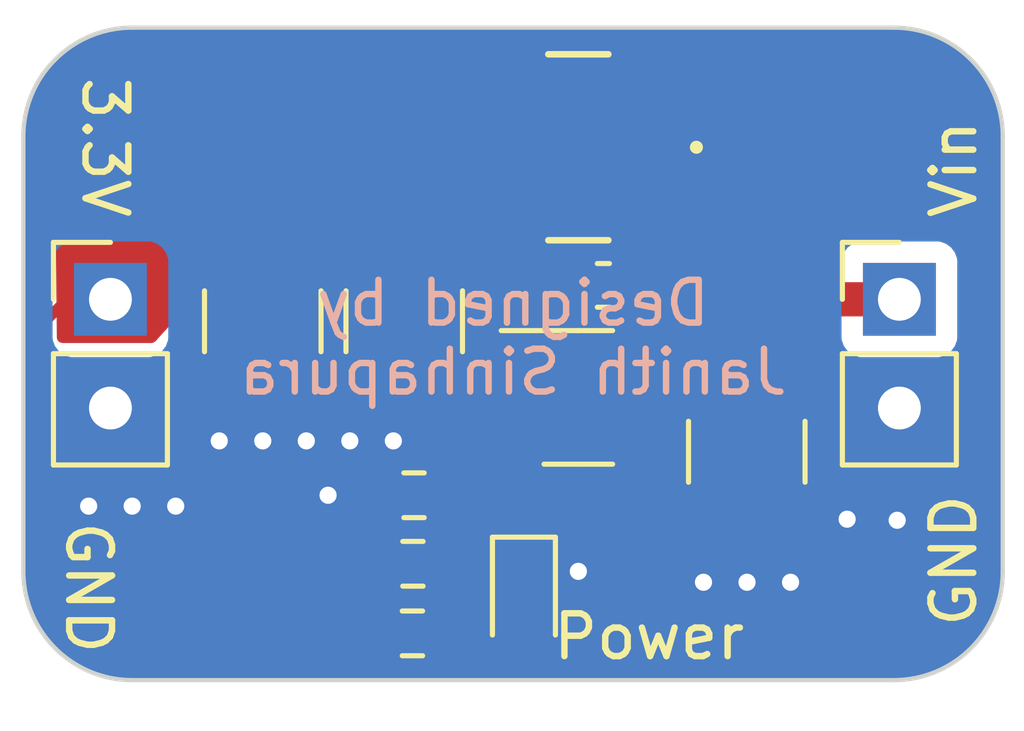
<source format=kicad_pcb>
(kicad_pcb (version 20221018) (generator pcbnew)
  (layers (0 "F.Cu" signal) (31 "B.Cu" signal) (34 "B.Paste" user) (35 "F.Paste" user) (36 "B.SilkS" user "B.Silkscreen") (37 "F.SilkS" user "F.Silkscreen") (38 "B.Mask" user) (39 "F.Mask" user) (44 "Edge.Cuts" user))
  (net 0 "")
  (net 1 "GND")
  (net 2 "+3.3V")
  (net 3 "Net-(D1-A)")
  (net 4 "/BUCK_VIN")
  (net 5 "/BUCK_BST")
  (net 6 "/BUCK_SW")
  (net 7 "/BUCK_FB")
  (footprint "LED_SMD:LED_0603_1608Metric" (layer "F.Cu") (at 138.684 125.1458 -90)
    (fp_text reference "D1" hide)
    (fp_text value "LED")
    (fp_line (start -1.485 -0.735) (end -1.485 0.735) (stroke (width 0.12)) (layer "F.SilkS"))
    (fp_line (start -1.485 0.735) (end 0.8 0.735) (stroke (width 0.12)) (layer "F.SilkS"))
    (fp_line (start 0.8 -0.735) (end -1.485 -0.735) (stroke (width 0.12)) (layer "F.SilkS"))
    (pad "1" smd roundrect (at -0.7875 0 270) (size 0.875 0.95) (layers "F.Cu" "F.Paste" "F.Mask") (net 1 "GND"))
    (pad "2" smd roundrect (at 0.7875 0 270) (size 0.875 0.95) (layers "F.Cu" "F.Paste" "F.Mask") (net 3 "Net-(D1-A)"))
  )
  (footprint "Capacitor_SMD:C_1210_3225Metric" (layer "F.Cu") (at 132.588 118.618 -90)
    (fp_text reference "C4" hide)
    (fp_text value "22uF")
    (fp_line (start -0.711252 -1.36) (end 0.711252 -1.36) (stroke (width 0.12)) (layer "F.SilkS"))
    (fp_line (start -0.711252 1.36) (end 0.711252 1.36) (stroke (width 0.12)) (layer "F.SilkS"))
    (pad "1" smd roundrect (at -1.475 0 270) (size 1.15 2.7) (layers "F.Cu" "F.Paste" "F.Mask") (roundrect_rratio 0.217391) (net 2 "+3.3V"))
    (pad "2" smd roundrect (at 1.475 0 270) (size 1.15 2.7) (layers "F.Cu" "F.Paste" "F.Mask") (roundrect_rratio 0.217391) (net 1 "GND"))
  )
  (footprint "Capacitor_SMD:C_0603_1608Metric" (layer "F.Cu") (at 140.5382 117.7798)
    (fp_text reference "C2" hide)
    (fp_text value "100nF")
    (fp_line (start -0.14058 -0.51) (end 0.14058 -0.51) (stroke (width 0.12)) (layer "F.SilkS"))
    (fp_line (start -0.14058 0.51) (end 0.14058 0.51) (stroke (width 0.12)) (layer "F.SilkS"))
    (pad "1" smd roundrect (at -0.775 0) (size 0.9 0.95) (layers "F.Cu" "F.Paste" "F.Mask") (net 5 "/BUCK_BST"))
    (pad "2" smd roundrect (at 0.775 0) (size 0.9 0.95) (layers "F.Cu" "F.Paste" "F.Mask") (net 6 "/BUCK_SW"))
  )
  (footprint "Connector_PinHeader_2.54mm:PinHeader_1x02_P2.54mm_Vertical" (layer "F.Cu") (at 147.447 118.105)
    (fp_text reference "J1" hide)
    (fp_text value "Input")
    (fp_line (start -1.33 -1.33) (end 0 -1.33) (stroke (width 0.12)) (layer "F.SilkS"))
    (fp_line (start -1.33 0) (end -1.33 -1.33) (stroke (width 0.12)) (layer "F.SilkS"))
    (fp_line (start -1.33 1.27) (end -1.33 3.87) (stroke (width 0.12)) (layer "F.SilkS"))
    (fp_line (start -1.33 1.27) (end 1.33 1.27) (stroke (width 0.12)) (layer "F.SilkS"))
    (fp_line (start -1.33 3.87) (end 1.33 3.87) (stroke (width 0.12)) (layer "F.SilkS"))
    (fp_line (start 1.33 1.27) (end 1.33 3.87) (stroke (width 0.12)) (layer "F.SilkS"))
    (pad "1" thru_hole rect (at 0 0) (size 1.7 1.7) (drill 1) (layers "*.Cu" "*.Mask") (net 4 "/BUCK_VIN"))
    (pad "2" thru_hole oval (at 0 2.54) (size 1.7 1.7) (drill 1) (layers "*.Cu" "*.Mask") (net 1 "GND"))
  )
  (footprint "Capacitor_SMD:C_1210_3225Metric" (layer "F.Cu") (at 135.89 118.618 -90)
    (fp_text reference "C3" hide)
    (fp_text value "22uF")
    (fp_line (start -0.711252 -1.36) (end 0.711252 -1.36) (stroke (width 0.12)) (layer "F.SilkS"))
    (fp_line (start -0.711252 1.36) (end 0.711252 1.36) (stroke (width 0.12)) (layer "F.SilkS"))
    (pad "1" smd roundrect (at -1.475 0 270) (size 1.15 2.7) (layers "F.Cu" "F.Paste" "F.Mask") (roundrect_rratio 0.217391) (net 2 "+3.3V"))
    (pad "2" smd roundrect (at 1.475 0 270) (size 1.15 2.7) (layers "F.Cu" "F.Paste" "F.Mask") (roundrect_rratio 0.217391) (net 1 "GND"))
  )
  (footprint "Resistor_SMD:R_0603_1608Metric" (layer "F.Cu") (at 136.081 125.9078)
    (fp_text reference "R3" hide)
    (fp_text value "220")
    (fp_line (start -0.237258 -0.5225) (end 0.237258 -0.5225) (stroke (width 0.12)) (layer "F.SilkS"))
    (fp_line (start -0.237258 0.5225) (end 0.237258 0.5225) (stroke (width 0.12)) (layer "F.SilkS"))
    (pad "1" smd roundrect (at -0.825 0) (size 0.8 0.95) (layers "F.Cu" "F.Paste" "F.Mask") (net 2 "+3.3V"))
    (pad "2" smd roundrect (at 0.825 0) (size 0.8 0.95) (layers "F.Cu" "F.Paste" "F.Mask") (net 3 "Net-(D1-A)"))
  )
  (footprint "Capacitor_SMD:C_1210_3225Metric" (layer "F.Cu") (at 143.8855 121.666 -90)
    (fp_text reference "C1" hide)
    (fp_text value "22uF")
    (fp_line (start -0.711252 -1.36) (end 0.711252 -1.36) (stroke (width 0.12)) (layer "F.SilkS"))
    (fp_line (start -0.711252 1.36) (end 0.711252 1.36) (stroke (width 0.12)) (layer "F.SilkS"))
    (pad "1" smd roundrect (at -1.475 0 270) (size 1.15 2.7) (layers "F.Cu" "F.Paste" "F.Mask") (roundrect_rratio 0.217391) (net 4 "/BUCK_VIN"))
    (pad "2" smd roundrect (at 1.475 0 270) (size 1.15 2.7) (layers "F.Cu" "F.Paste" "F.Mask") (roundrect_rratio 0.217391) (net 1 "GND"))
  )
  (footprint "Resistor_SMD:R_0603_1608Metric" (layer "F.Cu") (at 136.1186 122.682 180)
    (fp_text reference "R2" hide)
    (fp_text value "24k")
    (fp_line (start -0.237258 -0.5225) (end 0.237258 -0.5225) (stroke (width 0.12)) (layer "F.SilkS"))
    (fp_line (start -0.237258 0.5225) (end 0.237258 0.5225) (stroke (width 0.12)) (layer "F.SilkS"))
    (pad "1" smd roundrect (at -0.825 0 180) (size 0.8 0.95) (layers "F.Cu" "F.Paste" "F.Mask") (net 7 "/BUCK_FB"))
    (pad "2" smd roundrect (at 0.825 0 180) (size 0.8 0.95) (layers "F.Cu" "F.Paste" "F.Mask") (net 1 "GND"))
  )
  (footprint "Package_TO_SOT_SMD:SOT-23-6" (layer "F.Cu") (at 139.954 120.396)
    (fp_text reference "U1" hide)
    (fp_text value "TP6841S6-A")
    (fp_line (start 0 -1.56) (end -1.8 -1.56) (stroke (width 0.12)) (layer "F.SilkS"))
    (fp_line (start 0 -1.56) (end 0.8 -1.56) (stroke (width 0.12)) (layer "F.SilkS"))
    (fp_line (start 0 1.56) (end -0.8 1.56) (stroke (width 0.12)) (layer "F.SilkS"))
    (fp_line (start 0 1.56) (end 0.8 1.56) (stroke (width 0.12)) (layer "F.SilkS"))
    (pad "1" smd roundrect (at -1.1375 -0.95) (size 1.325 0.6) (layers "F.Cu" "F.Paste" "F.Mask") (net 5 "/BUCK_BST"))
    (pad "2" smd roundrect (at -1.1375 0) (size 1.325 0.6) (layers "F.Cu" "F.Paste" "F.Mask") (net 1 "GND"))
    (pad "3" smd roundrect (at -1.1375 0.95) (size 1.325 0.6) (layers "F.Cu" "F.Paste" "F.Mask") (net 7 "/BUCK_FB"))
    (pad "4" smd roundrect (at 1.1375 0.95) (size 1.325 0.6) (layers "F.Cu" "F.Paste" "F.Mask") (net 4 "/BUCK_VIN"))
    (pad "5" smd roundrect (at 1.1375 0) (size 1.325 0.6) (layers "F.Cu" "F.Paste" "F.Mask") (net 4 "/BUCK_VIN"))
    (pad "6" smd roundrect (at 1.1375 -0.95) (size 1.325 0.6) (layers "F.Cu" "F.Paste" "F.Mask") (net 6 "/BUCK_SW"))
  )
  (footprint "Janith_Kicad_Footprints:NRS4018_TAY_inductor" (layer "F.Cu") (at 139.954 114.554 180)
    (fp_text reference "L1" hide)
    (fp_text value "22uH")
    (fp_line (start -0.700553 2.1717) (end 0.700553 2.1717) (stroke (width 0.1524)) (layer "F.SilkS"))
    (fp_line (start 0.700553 -2.1717) (end -0.700553 -2.1717) (stroke (width 0.1524)) (layer "F.SilkS"))
    (fp_circle (center -2.7559 0) (end -2.6797 0) (stroke (width 0.1524)) (fill none) (layer "F.SilkS"))
    (pad "1" smd rect (at -1.397 0 180) (size 1.1938 3.7084) (layers "F.Cu" "F.Paste" "F.Mask") (net 6 "/BUCK_SW"))
    (pad "2" smd rect (at 1.397 0 180) (size 1.1938 3.7084) (layers "F.Cu" "F.Paste" "F.Mask") (net 2 "+3.3V"))
    (zone (net 0) (net_name "") (layer "F.Cu") (connect_pads (clearance 0)) (min_thickness 0.254)
      (keepout (tracks not_allowed) (vias not_allowed) (pads allowed) (copperpour not_allowed) (footprints allowed))
      (fill (thermal_gap 0.508) (thermal_bridge_width 0.508))
      (polygon (pts (xy 140.7033 116.5479) (xy 139.2047 116.5479) (xy 139.2047 112.5601) (xy 140.7033 112.5601)))
    )
  )
  (footprint "Connector_PinHeader_2.54mm:PinHeader_1x02_P2.54mm_Vertical" (layer "F.Cu") (at 129.032 118.105)
    (fp_text reference "J2" hide)
    (fp_text value "Output")
    (fp_line (start -1.33 -1.33) (end 0 -1.33) (stroke (width 0.12)) (layer "F.SilkS"))
    (fp_line (start -1.33 0) (end -1.33 -1.33) (stroke (width 0.12)) (layer "F.SilkS"))
    (fp_line (start -1.33 1.27) (end -1.33 3.87) (stroke (width 0.12)) (layer "F.SilkS"))
    (fp_line (start -1.33 1.27) (end 1.33 1.27) (stroke (width 0.12)) (layer "F.SilkS"))
    (fp_line (start -1.33 3.87) (end 1.33 3.87) (stroke (width 0.12)) (layer "F.SilkS"))
    (fp_line (start 1.33 1.27) (end 1.33 3.87) (stroke (width 0.12)) (layer "F.SilkS"))
    (pad "1" thru_hole rect (at 0 0) (size 1.7 1.7) (drill 1) (layers "*.Cu" "*.Mask") (net 2 "+3.3V"))
    (pad "2" thru_hole oval (at 0 2.54) (size 1.7 1.7) (drill 1) (layers "*.Cu" "*.Mask") (net 1 "GND"))
  )
  (footprint "Resistor_SMD:R_0603_1608Metric" (layer "F.Cu") (at 136.0932 124.2822)
    (fp_text reference "R1" hide)
    (fp_text value "75k")
    (fp_line (start -0.237258 -0.5225) (end 0.237258 -0.5225) (stroke (width 0.12)) (layer "F.SilkS"))
    (fp_line (start -0.237258 0.5225) (end 0.237258 0.5225) (stroke (width 0.12)) (layer "F.SilkS"))
    (pad "1" smd roundrect (at -0.825 0) (size 0.8 0.95) (layers "F.Cu" "F.Paste" "F.Mask") (net 2 "+3.3V"))
    (pad "2" smd roundrect (at 0.825 0) (size 0.8 0.95) (layers "F.Cu" "F.Paste" "F.Mask") (net 7 "/BUCK_FB"))
  )
  (gr_arc (start 147.32 111.76) (mid 149.116051 112.503949) (end 149.86 114.3) (stroke (width 0.1)) (layer "Edge.Cuts"))
  (gr_line (start 129.54 127) (end 147.32 127) (stroke (width 0.1)) (layer "Edge.Cuts"))
  (gr_arc (start 129.54 127) (mid 127.743949 126.256051) (end 127 124.46) (stroke (width 0.1)) (layer "Edge.Cuts"))
  (gr_arc (start 149.86 124.46) (mid 149.116051 126.256051) (end 147.32 127) (stroke (width 0.1)) (layer "Edge.Cuts"))
  (gr_arc (start 127 114.3) (mid 127.743949 112.503949) (end 129.54 111.76) (stroke (width 0.1)) (layer "Edge.Cuts"))
  (gr_line (start 127 124.46) (end 127 114.3) (stroke (width 0.1)) (layer "Edge.Cuts"))
  (gr_line (start 147.32 111.76) (end 129.54 111.76) (stroke (width 0.1)) (layer "Edge.Cuts"))
  (gr_line (start 149.86 124.46) (end 149.86 114.3) (stroke (width 0.1)) (layer "Edge.Cuts"))
  (gr_text "Designed by\nJanith Sinhapura" (at 138.43 118.999) (layer "B.SilkS") (effects (font (size 1 1)) (justify mirror)))
  (gr_text "3.3V" (at 128.905 114.554 -90) (layer "F.SilkS") (effects (font (size 1 1))))
  (gr_text "Vin" (at 148.717 115.062 90) (layer "F.SilkS") (effects (font (size 1 1))))
  (gr_text "GND" (at 128.524 124.841 -90) (layer "F.SilkS") (effects (font (size 1 1))))
  (gr_text "Power" (at 141.605 125.984) (layer "F.SilkS") (effects (font (size 1 1))))
  (gr_text "GND" (at 148.717 124.206 90) (layer "F.SilkS") (effects (font (size 1 1))))
  (via (at 129.54 122.936) (size 0.8) (drill 0.4) (layers "F.Cu" "B.Cu") (net 1))
  (via (at 146.2278 123.2408) (size 0.8) (drill 0.4) (layers "F.Cu" "B.Cu") (net 1))
  (via (at 135.636 121.412) (size 0.8) (drill 0.4) (layers "F.Cu" "B.Cu") (net 1))
  (via (at 132.588 121.412) (size 0.8) (drill 0.4) (layers "F.Cu" "B.Cu") (net 1))
  (via (at 143.891 124.714) (size 0.8) (drill 0.4) (layers "F.Cu" "B.Cu") (net 1))
  (via (at 134.112 122.682) (size 0.8) (drill 0.4) (layers "F.Cu" "B.Cu") (net 1))
  (via (at 131.572 121.412) (size 0.8) (drill 0.4) (layers "F.Cu" "B.Cu") (net 1))
  (via (at 144.907 124.714) (size 0.8) (drill 0.4) (layers "F.Cu" "B.Cu") (net 1))
  (via (at 133.604 121.412) (size 0.8) (drill 0.4) (layers "F.Cu" "B.Cu") (net 1))
  (via (at 142.875 124.714) (size 0.8) (drill 0.4) (layers "F.Cu" "B.Cu") (net 1))
  (via (at 134.62 121.412) (size 0.8) (drill 0.4) (layers "F.Cu" "B.Cu") (net 1))
  (via (at 139.954 124.46) (size 0.8) (drill 0.4) (layers "F.Cu" "B.Cu") (net 1))
  (via (at 147.3962 123.2662) (size 0.8) (drill 0.4) (layers "F.Cu" "B.Cu") (net 1))
  (via (at 130.556 122.936) (size 0.8) (drill 0.4) (layers "F.Cu" "B.Cu") (net 1))
  (via (at 128.524 122.936) (size 0.8) (drill 0.4) (layers "F.Cu" "B.Cu") (net 1))
  (segment (start 127.508 118.618) (end 127.508 123.825) (width 0.25) (layer "F.Cu") (net 2))
  (segment (start 135.256 124.2944) (end 135.2682 124.2822) (width 0.25) (layer "F.Cu") (net 2))
  (segment (start 127.9652 124.2822) (end 135.2682 124.2822) (width 0.25) (layer "F.Cu") (net 2))
  (segment (start 127.508 123.825) (end 127.9652 124.2822) (width 0.25) (layer "F.Cu") (net 2))
  (segment (start 128.021 118.105) (end 127.508 118.618) (width 0.25) (layer "F.Cu") (net 2))
  (segment (start 135.256 125.9078) (end 135.256 124.2944) (width 0.25) (layer "F.Cu") (net 2))
  (segment (start 129.032 118.105) (end 128.021 118.105) (width 0.25) (layer "F.Cu") (net 2))
  (segment (start 136.906 125.9078) (end 138.6585 125.9078) (width 0.25) (layer "F.Cu") (net 3))
  (segment (start 138.6585 125.9078) (end 138.684 125.9333) (width 0.25) (layer "F.Cu") (net 3))
  (segment (start 143.8855 118.8775) (end 143.8855 120.191) (width 0.8) (layer "F.Cu") (net 4))
  (segment (start 147.447 118.105) (end 144.658 118.105) (width 0.8) (layer "F.Cu") (net 4))
  (segment (start 141.0915 121.346) (end 141.0915 120.396) (width 0.5) (layer "F.Cu") (net 4))
  (segment (start 141.0915 120.396) (end 143.6805 120.396) (width 0.5) (layer "F.Cu") (net 4))
  (segment (start 143.6805 120.396) (end 143.8855 120.191) (width 0.5) (layer "F.Cu") (net 4))
  (segment (start 144.658 118.105) (end 143.8855 118.8775) (width 0.8) (layer "F.Cu") (net 4))
  (segment (start 138.8165 119.446) (end 138.8165 118.7265) (width 0.5) (layer "F.Cu") (net 5))
  (segment (start 138.8165 118.7265) (end 139.7632 117.7798) (width 0.5) (layer "F.Cu") (net 5))
  (segment (start 138.557 122.682) (end 138.8165 122.4225) (width 0.25) (layer "F.Cu") (net 7))
  (segment (start 138.8165 122.4225) (end 138.8165 121.346) (width 0.25) (layer "F.Cu") (net 7))
  (segment (start 136.9182 122.7074) (end 136.9436 122.682) (width 0.25) (layer "F.Cu") (net 7))
  (segment (start 136.9436 122.682) (end 138.557 122.682) (width 0.25) (layer "F.Cu") (net 7))
  (segment (start 136.9182 124.2822) (end 136.9182 122.7074) (width 0.25) (layer "F.Cu") (net 7))
  (zone (net 1) (net_name "GND") (layer "F.Cu") (priority 4) (connect_pads yes (clearance 0.5)) (min_thickness 0.25) (fill yes (thermal_gap 0.5) (thermal_bridge_width 0.5))
    (polygon (pts (xy 142.367 122.555) (xy 142.621 122.301) (xy 145.669 122.301) (xy 146.177 121.793) (xy 146.177 120.015) (xy 146.558 119.634) (xy 148.336 119.634) (xy 148.59 120.015) (xy 148.59 123.571) (xy 148.336 123.952) (xy 145.923 123.952) (xy 145.669 124.333) (xy 145.669 125.095) (xy 145.415 125.476) (xy 142.621 125.476) (xy 142.367 125.095) (xy 142.367 124.079)))
  )
  (zone (net 1) (net_name "GND") (layer "F.Cu") (priority 5) (connect_pads yes (clearance 0.5)) (min_thickness 0.25) (fill yes (thermal_gap 0.5) (thermal_bridge_width 0.5))
    (polygon (pts (xy 138.303 124.968) (xy 138.43 124.968) (xy 140.208 124.968) (xy 140.462 124.714) (xy 140.462 123.952) (xy 140.081 123.698) (xy 138.303 123.698) (xy 138.049 123.952) (xy 138.049 124.714) (xy 138.303 124.968)))
  )
  (zone (net 2) (net_name "+3.3V") (layer "F.Cu") (priority 1) (connect_pads yes (clearance 0.5)) (min_thickness 0.25) (fill yes (thermal_gap 0.5) (thermal_bridge_width 0.5))
    (polygon (pts (xy 130.906528 118.175259) (xy 136.951728 118.175259) (xy 137.459728 117.768859) (xy 137.459728 117.057659) (xy 137.942328 116.625859) (xy 139.186928 116.625859) (xy 139.542528 116.371859) (xy 139.542528 112.866659) (xy 139.136128 112.561859) (xy 137.916928 112.561859) (xy 137.510528 112.993659) (xy 137.485128 115.635259) (xy 136.875528 116.194059) (xy 128.264928 116.194059) (xy 127.756928 116.625859) (xy 127.782328 119.126) (xy 130.048 119.126)))
  )
  (zone (net 6) (net_name "/BUCK_SW") (layer "F.Cu") (priority 2) (connect_pads yes (clearance 0.5)) (min_thickness 0.25) (fill yes (thermal_gap 0.5) (thermal_bridge_width 0.5))
    (polygon (pts (xy 141.6812 119.8626) (xy 141.9352 119.6594) (xy 141.9352 116.9416) (xy 142.2908 116.6368) (xy 142.2908 112.7252) (xy 142.0876 112.4966) (xy 140.7668 112.4966) (xy 140.589 112.776) (xy 140.589 116.5352) (xy 140.7922 116.7384) (xy 140.7922 118.872) (xy 140.5636 118.872) (xy 140.3858 119.1006) (xy 140.3858 119.761) (xy 140.5636 119.8626)))
  )
  (zone (net 1) (net_name "GND") (layer "F.Cu") (priority 3) (connect_pads yes (clearance 0.5)) (min_thickness 0.25) (fill yes (thermal_gap 0.5) (thermal_bridge_width 0.5))
    (polygon (pts (xy 128.016 122.682) (xy 128.016 123.444) (xy 130.81 123.444) (xy 131.318 122.936) (xy 131.318 122.174) (xy 133.35 122.174) (xy 133.35 122.936) (xy 133.858 123.19) (xy 135.636 123.19) (xy 135.89 122.936) (xy 135.89 122.174) (xy 136.398 121.666) (xy 136.398 121.158) (xy 137.414 121.158) (xy 137.414 120.777) (xy 139.446 120.777) (xy 139.446 120.015) (xy 137.668 120.015) (xy 137.414 120.015) (xy 137.414 119.38) (xy 136.906 119.126) (xy 131.064 119.126) (xy 130.556 119.634) (xy 128.016 119.634) (xy 128.016 119.888)))
  )
  (zone (net 1) (net_name "GND") (layer "B.Cu") (connect_pads yes (clearance 0.5)) (min_thickness 0.25) (fill yes (thermal_gap 0.5) (thermal_bridge_width 0.5))
    (polygon (pts (xy 126.569202 127.243123) (xy 126.569202 111.114123) (xy 150.368 111.379) (xy 150.318202 127.217723)))
  )
)
</source>
